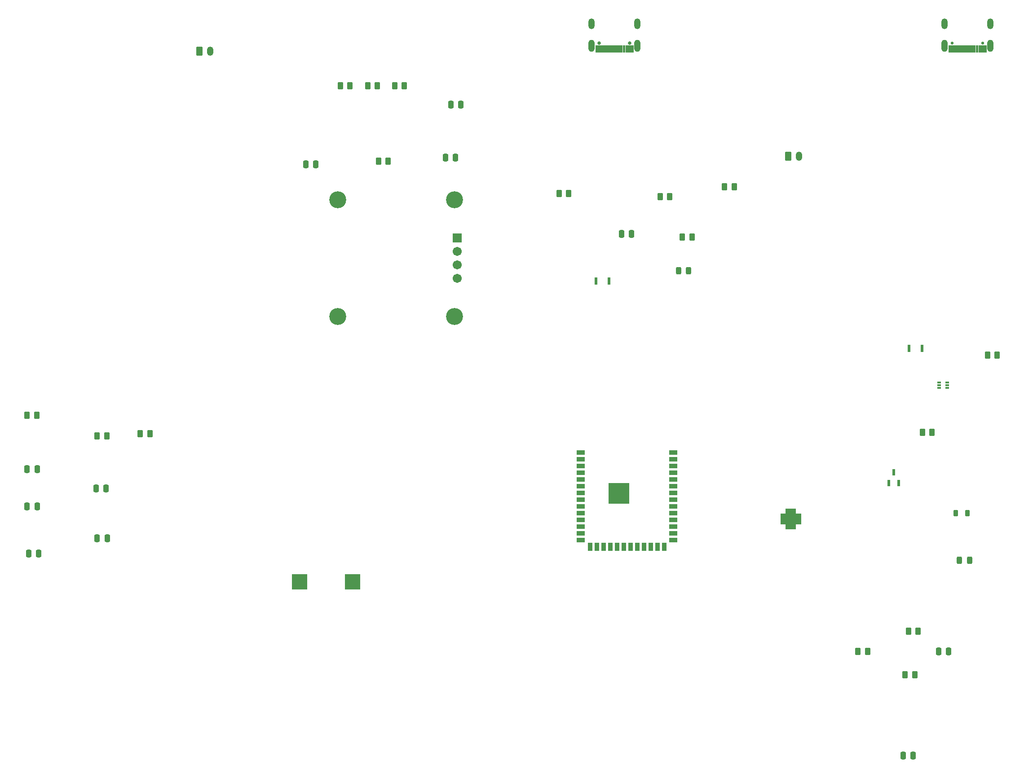
<source format=gbr>
%TF.GenerationSoftware,KiCad,Pcbnew,9.0.4*%
%TF.CreationDate,2025-11-06T21:19:11-08:00*%
%TF.ProjectId,SolarChargingStation,536f6c61-7243-4686-9172-67696e675374,rev?*%
%TF.SameCoordinates,Original*%
%TF.FileFunction,Soldermask,Top*%
%TF.FilePolarity,Negative*%
%FSLAX46Y46*%
G04 Gerber Fmt 4.6, Leading zero omitted, Abs format (unit mm)*
G04 Created by KiCad (PCBNEW 9.0.4) date 2025-11-06 21:19:11*
%MOMM*%
%LPD*%
G01*
G04 APERTURE LIST*
G04 Aperture macros list*
%AMRoundRect*
0 Rectangle with rounded corners*
0 $1 Rounding radius*
0 $2 $3 $4 $5 $6 $7 $8 $9 X,Y pos of 4 corners*
0 Add a 4 corners polygon primitive as box body*
4,1,4,$2,$3,$4,$5,$6,$7,$8,$9,$2,$3,0*
0 Add four circle primitives for the rounded corners*
1,1,$1+$1,$2,$3*
1,1,$1+$1,$4,$5*
1,1,$1+$1,$6,$7*
1,1,$1+$1,$8,$9*
0 Add four rect primitives between the rounded corners*
20,1,$1+$1,$2,$3,$4,$5,0*
20,1,$1+$1,$4,$5,$6,$7,0*
20,1,$1+$1,$6,$7,$8,$9,0*
20,1,$1+$1,$8,$9,$2,$3,0*%
G04 Aperture macros list end*
%ADD10C,0.010000*%
%ADD11RoundRect,0.102000X-0.754000X0.754000X-0.754000X-0.754000X0.754000X-0.754000X0.754000X0.754000X0*%
%ADD12C,1.712000*%
%ADD13C,3.204000*%
%ADD14RoundRect,0.250000X-0.250000X-0.475000X0.250000X-0.475000X0.250000X0.475000X-0.250000X0.475000X0*%
%ADD15RoundRect,0.250000X-0.262500X-0.450000X0.262500X-0.450000X0.262500X0.450000X-0.262500X0.450000X0*%
%ADD16RoundRect,0.243750X-0.243750X-0.456250X0.243750X-0.456250X0.243750X0.456250X-0.243750X0.456250X0*%
%ADD17RoundRect,0.250000X-0.350000X-0.625000X0.350000X-0.625000X0.350000X0.625000X-0.350000X0.625000X0*%
%ADD18O,1.200000X1.750000*%
%ADD19C,0.558800*%
%ADD20O,1.204000X2.304000*%
%ADD21O,1.204000X2.004000*%
%ADD22R,3.000000X3.000000*%
%ADD23R,0.508000X1.447800*%
%ADD24C,0.650000*%
%ADD25RoundRect,0.058000X-0.474000X-0.174000X0.474000X-0.174000X0.474000X0.174000X-0.474000X0.174000X0*%
%ADD26RoundRect,0.058000X-0.174000X-0.474000X0.174000X-0.474000X0.174000X0.474000X-0.174000X0.474000X0*%
%ADD27RoundRect,0.102000X-0.840000X-0.840000X0.840000X-0.840000X0.840000X0.840000X-0.840000X0.840000X0*%
%ADD28RoundRect,0.218750X-0.218750X-0.381250X0.218750X-0.381250X0.218750X0.381250X-0.218750X0.381250X0*%
%ADD29R,0.670001X0.299999*%
%ADD30RoundRect,0.250000X0.262500X0.450000X-0.262500X0.450000X-0.262500X-0.450000X0.262500X-0.450000X0*%
%ADD31R,1.500000X0.900000*%
%ADD32C,0.609600*%
%ADD33R,0.900000X1.500000*%
%ADD34C,0.600000*%
%ADD35R,3.900000X3.900000*%
%ADD36R,0.558800X1.168400*%
G04 APERTURE END LIST*
D10*
%TO.C,J1*%
X265882000Y-20112000D02*
X265182000Y-20112000D01*
X265182000Y-18862000D01*
X265882000Y-18862000D01*
X265882000Y-20112000D01*
G36*
X265882000Y-20112000D02*
G01*
X265182000Y-20112000D01*
X265182000Y-18862000D01*
X265882000Y-18862000D01*
X265882000Y-20112000D01*
G37*
X266682000Y-20112000D02*
X265982000Y-20112000D01*
X265982000Y-18862000D01*
X266682000Y-18862000D01*
X266682000Y-20112000D01*
G36*
X266682000Y-20112000D02*
G01*
X265982000Y-20112000D01*
X265982000Y-18862000D01*
X266682000Y-18862000D01*
X266682000Y-20112000D01*
G37*
X267182000Y-20112000D02*
X266782000Y-20112000D01*
X266782000Y-18862000D01*
X267182000Y-18862000D01*
X267182000Y-20112000D01*
G36*
X267182000Y-20112000D02*
G01*
X266782000Y-20112000D01*
X266782000Y-18862000D01*
X267182000Y-18862000D01*
X267182000Y-20112000D01*
G37*
X267682000Y-20112000D02*
X267282000Y-20112000D01*
X267282000Y-18862000D01*
X267682000Y-18862000D01*
X267682000Y-20112000D01*
G36*
X267682000Y-20112000D02*
G01*
X267282000Y-20112000D01*
X267282000Y-18862000D01*
X267682000Y-18862000D01*
X267682000Y-20112000D01*
G37*
X268182000Y-20112000D02*
X267782000Y-20112000D01*
X267782000Y-18862000D01*
X268182000Y-18862000D01*
X268182000Y-20112000D01*
G36*
X268182000Y-20112000D02*
G01*
X267782000Y-20112000D01*
X267782000Y-18862000D01*
X268182000Y-18862000D01*
X268182000Y-20112000D01*
G37*
X268682000Y-20112000D02*
X268282000Y-20112000D01*
X268282000Y-18862000D01*
X268682000Y-18862000D01*
X268682000Y-20112000D01*
G36*
X268682000Y-20112000D02*
G01*
X268282000Y-20112000D01*
X268282000Y-18862000D01*
X268682000Y-18862000D01*
X268682000Y-20112000D01*
G37*
X269182000Y-20112000D02*
X268782000Y-20112000D01*
X268782000Y-18862000D01*
X269182000Y-18862000D01*
X269182000Y-20112000D01*
G36*
X269182000Y-20112000D02*
G01*
X268782000Y-20112000D01*
X268782000Y-18862000D01*
X269182000Y-18862000D01*
X269182000Y-20112000D01*
G37*
X269682000Y-20112000D02*
X269282000Y-20112000D01*
X269282000Y-18862000D01*
X269682000Y-18862000D01*
X269682000Y-20112000D01*
G36*
X269682000Y-20112000D02*
G01*
X269282000Y-20112000D01*
X269282000Y-18862000D01*
X269682000Y-18862000D01*
X269682000Y-20112000D01*
G37*
X270182000Y-20112000D02*
X269782000Y-20112000D01*
X269782000Y-18862000D01*
X270182000Y-18862000D01*
X270182000Y-20112000D01*
G36*
X270182000Y-20112000D02*
G01*
X269782000Y-20112000D01*
X269782000Y-18862000D01*
X270182000Y-18862000D01*
X270182000Y-20112000D01*
G37*
X270682000Y-20112000D02*
X270282000Y-20112000D01*
X270282000Y-18862000D01*
X270682000Y-18862000D01*
X270682000Y-20112000D01*
G36*
X270682000Y-20112000D02*
G01*
X270282000Y-20112000D01*
X270282000Y-18862000D01*
X270682000Y-18862000D01*
X270682000Y-20112000D01*
G37*
X271482000Y-20112000D02*
X270782000Y-20112000D01*
X270782000Y-18862000D01*
X271482000Y-18862000D01*
X271482000Y-20112000D01*
G36*
X271482000Y-20112000D02*
G01*
X270782000Y-20112000D01*
X270782000Y-18862000D01*
X271482000Y-18862000D01*
X271482000Y-20112000D01*
G37*
X272282000Y-20112000D02*
X271582000Y-20112000D01*
X271582000Y-18862000D01*
X272282000Y-18862000D01*
X272282000Y-20112000D01*
G36*
X272282000Y-20112000D02*
G01*
X271582000Y-20112000D01*
X271582000Y-18862000D01*
X272282000Y-18862000D01*
X272282000Y-20112000D01*
G37*
%TO.C,J4*%
X199334000Y-20112000D02*
X198634000Y-20112000D01*
X198634000Y-18862000D01*
X199334000Y-18862000D01*
X199334000Y-20112000D01*
G36*
X199334000Y-20112000D02*
G01*
X198634000Y-20112000D01*
X198634000Y-18862000D01*
X199334000Y-18862000D01*
X199334000Y-20112000D01*
G37*
X200134000Y-20112000D02*
X199434000Y-20112000D01*
X199434000Y-18862000D01*
X200134000Y-18862000D01*
X200134000Y-20112000D01*
G36*
X200134000Y-20112000D02*
G01*
X199434000Y-20112000D01*
X199434000Y-18862000D01*
X200134000Y-18862000D01*
X200134000Y-20112000D01*
G37*
X200634000Y-20112000D02*
X200234000Y-20112000D01*
X200234000Y-18862000D01*
X200634000Y-18862000D01*
X200634000Y-20112000D01*
G36*
X200634000Y-20112000D02*
G01*
X200234000Y-20112000D01*
X200234000Y-18862000D01*
X200634000Y-18862000D01*
X200634000Y-20112000D01*
G37*
X201134000Y-20112000D02*
X200734000Y-20112000D01*
X200734000Y-18862000D01*
X201134000Y-18862000D01*
X201134000Y-20112000D01*
G36*
X201134000Y-20112000D02*
G01*
X200734000Y-20112000D01*
X200734000Y-18862000D01*
X201134000Y-18862000D01*
X201134000Y-20112000D01*
G37*
X201634000Y-20112000D02*
X201234000Y-20112000D01*
X201234000Y-18862000D01*
X201634000Y-18862000D01*
X201634000Y-20112000D01*
G36*
X201634000Y-20112000D02*
G01*
X201234000Y-20112000D01*
X201234000Y-18862000D01*
X201634000Y-18862000D01*
X201634000Y-20112000D01*
G37*
X202134000Y-20112000D02*
X201734000Y-20112000D01*
X201734000Y-18862000D01*
X202134000Y-18862000D01*
X202134000Y-20112000D01*
G36*
X202134000Y-20112000D02*
G01*
X201734000Y-20112000D01*
X201734000Y-18862000D01*
X202134000Y-18862000D01*
X202134000Y-20112000D01*
G37*
X202634000Y-20112000D02*
X202234000Y-20112000D01*
X202234000Y-18862000D01*
X202634000Y-18862000D01*
X202634000Y-20112000D01*
G36*
X202634000Y-20112000D02*
G01*
X202234000Y-20112000D01*
X202234000Y-18862000D01*
X202634000Y-18862000D01*
X202634000Y-20112000D01*
G37*
X203134000Y-20112000D02*
X202734000Y-20112000D01*
X202734000Y-18862000D01*
X203134000Y-18862000D01*
X203134000Y-20112000D01*
G36*
X203134000Y-20112000D02*
G01*
X202734000Y-20112000D01*
X202734000Y-18862000D01*
X203134000Y-18862000D01*
X203134000Y-20112000D01*
G37*
X203634000Y-20112000D02*
X203234000Y-20112000D01*
X203234000Y-18862000D01*
X203634000Y-18862000D01*
X203634000Y-20112000D01*
G36*
X203634000Y-20112000D02*
G01*
X203234000Y-20112000D01*
X203234000Y-18862000D01*
X203634000Y-18862000D01*
X203634000Y-20112000D01*
G37*
X204134000Y-20112000D02*
X203734000Y-20112000D01*
X203734000Y-18862000D01*
X204134000Y-18862000D01*
X204134000Y-20112000D01*
G36*
X204134000Y-20112000D02*
G01*
X203734000Y-20112000D01*
X203734000Y-18862000D01*
X204134000Y-18862000D01*
X204134000Y-20112000D01*
G37*
X204934000Y-20112000D02*
X204234000Y-20112000D01*
X204234000Y-18862000D01*
X204934000Y-18862000D01*
X204934000Y-20112000D01*
G36*
X204934000Y-20112000D02*
G01*
X204234000Y-20112000D01*
X204234000Y-18862000D01*
X204934000Y-18862000D01*
X204934000Y-20112000D01*
G37*
X205734000Y-20112000D02*
X205034000Y-20112000D01*
X205034000Y-18862000D01*
X205734000Y-18862000D01*
X205734000Y-20112000D01*
G36*
X205734000Y-20112000D02*
G01*
X205034000Y-20112000D01*
X205034000Y-18862000D01*
X205734000Y-18862000D01*
X205734000Y-20112000D01*
G37*
%TD*%
D11*
%TO.C,U5*%
X172536000Y-55118000D03*
D12*
X172536000Y-57658000D03*
X172536000Y-60198000D03*
X172536000Y-62738000D03*
D13*
X172036000Y-47928000D03*
X172036000Y-69928000D03*
X150036000Y-69928000D03*
X150036000Y-47928000D03*
%TD*%
D14*
%TO.C,C11*%
X91717500Y-114662250D03*
X93617500Y-114662250D03*
%TD*%
D15*
%TO.C,R5*%
X157687000Y-40640000D03*
X159512000Y-40640000D03*
%TD*%
D14*
%TO.C,C6*%
X263267000Y-133096000D03*
X265167000Y-133096000D03*
%TD*%
%TO.C,C10*%
X91445000Y-105772250D03*
X93345000Y-105772250D03*
%TD*%
D16*
%TO.C,D3*%
X267211998Y-115951000D03*
X269086998Y-115951000D03*
%TD*%
D17*
%TO.C,BT1*%
X123914000Y-19939000D03*
D18*
X125914000Y-19939000D03*
%TD*%
D19*
%TO.C,J1*%
X271622000Y-18412000D03*
X265842000Y-18412000D03*
D20*
X273052000Y-18912000D03*
X264412000Y-18912000D03*
D21*
X273052000Y-14732000D03*
X264412000Y-14732000D03*
%TD*%
D17*
%TO.C,J2*%
X234912000Y-39751000D03*
D18*
X236912000Y-39751000D03*
%TD*%
D14*
%TO.C,C2*%
X171328000Y-29972000D03*
X173228000Y-29972000D03*
%TD*%
%TO.C,C4*%
X170312000Y-40005000D03*
X172212000Y-40005000D03*
%TD*%
D15*
%TO.C,R17*%
X256954500Y-137541000D03*
X258779500Y-137541000D03*
%TD*%
%TO.C,R4*%
X260196998Y-91821000D03*
X262021998Y-91821000D03*
%TD*%
D14*
%TO.C,C8*%
X256559500Y-152781000D03*
X258459500Y-152781000D03*
%TD*%
D22*
%TO.C,P1*%
X142812000Y-119988000D03*
X152812000Y-119988000D03*
%TD*%
D15*
%TO.C,R2*%
X214949500Y-54991000D03*
X216774500Y-54991000D03*
%TD*%
D23*
%TO.C,F1*%
X198717000Y-63246000D03*
X201130000Y-63246000D03*
%TD*%
D24*
%TO.C,J4*%
X205074000Y-18412000D03*
X199294000Y-18412000D03*
D20*
X206504000Y-18912000D03*
X197864000Y-18912000D03*
D21*
X206504000Y-14732000D03*
X197864000Y-14732000D03*
%TD*%
D15*
%TO.C,R6*%
X191732000Y-46736000D03*
X193557000Y-46736000D03*
%TD*%
%TO.C,R15*%
X112776000Y-92063250D03*
X114601000Y-92063250D03*
%TD*%
D16*
%TO.C,D1*%
X214289500Y-61341000D03*
X216164500Y-61341000D03*
%TD*%
D15*
%TO.C,R9*%
X150471500Y-26416000D03*
X152296500Y-26416000D03*
%TD*%
D25*
%TO.C,U2*%
X233957000Y-107416000D03*
X233957000Y-107916000D03*
X233957000Y-108416000D03*
X233957000Y-108916000D03*
D26*
X234642000Y-109601000D03*
X235142000Y-109601000D03*
X235642000Y-109601000D03*
X236142000Y-109601000D03*
D25*
X236827000Y-108916000D03*
X236827000Y-108416000D03*
X236827000Y-107916000D03*
X236827000Y-107416000D03*
D26*
X236142000Y-106731000D03*
X235642000Y-106731000D03*
X235142000Y-106731000D03*
X234642000Y-106731000D03*
D27*
X235392000Y-108166000D03*
%TD*%
D15*
%TO.C,R3*%
X248064500Y-133096000D03*
X249889500Y-133096000D03*
%TD*%
%TO.C,R14*%
X91440000Y-88627250D03*
X93265000Y-88627250D03*
%TD*%
%TO.C,R11*%
X160712000Y-26416000D03*
X162537000Y-26416000D03*
%TD*%
D28*
%TO.C,L2*%
X266537000Y-107061000D03*
X268662000Y-107061000D03*
%TD*%
D14*
%TO.C,C7*%
X104425750Y-102393750D03*
X106325750Y-102393750D03*
%TD*%
D29*
%TO.C,U4*%
X263371998Y-82431001D03*
X263371998Y-82931000D03*
X263371998Y-83431002D03*
X264852000Y-83431002D03*
X264852000Y-82931000D03*
X264852000Y-82431001D03*
%TD*%
D23*
%TO.C,TH1*%
X257720498Y-75946000D03*
X260133498Y-75946000D03*
%TD*%
D15*
%TO.C,R16*%
X222927000Y-45466000D03*
X224752000Y-45466000D03*
%TD*%
D30*
%TO.C,R18*%
X259414500Y-129286000D03*
X257589500Y-129286000D03*
%TD*%
D15*
%TO.C,R13*%
X104648000Y-92456000D03*
X106473000Y-92456000D03*
%TD*%
%TO.C,R12*%
X210782000Y-47371000D03*
X212607000Y-47371000D03*
%TD*%
D14*
%TO.C,C9*%
X91440000Y-98787250D03*
X93340000Y-98787250D03*
%TD*%
D31*
%TO.C,U1*%
X195777000Y-95616000D03*
D32*
X203027000Y-104036000D03*
D31*
X195777000Y-96886000D03*
X195777000Y-98156000D03*
X195777000Y-99426000D03*
X195777000Y-100696000D03*
X195777000Y-101966000D03*
X195777000Y-103236000D03*
X195777000Y-104506000D03*
X195777000Y-105776000D03*
X195777000Y-107046000D03*
X195777000Y-108316000D03*
X195777000Y-109586000D03*
X195777000Y-110856000D03*
X195777000Y-112126000D03*
D33*
X197542000Y-113376000D03*
X198812000Y-113376000D03*
X200082000Y-113376000D03*
X201352000Y-113376000D03*
X202622000Y-113376000D03*
X203892000Y-113376000D03*
X205162000Y-113376000D03*
X206432000Y-113376000D03*
X207702000Y-113376000D03*
X208972000Y-113376000D03*
X210242000Y-113376000D03*
X211512000Y-113376000D03*
D31*
X213277000Y-112126000D03*
X213277000Y-110856000D03*
X213277000Y-109586000D03*
X213277000Y-108316000D03*
X213277000Y-107046000D03*
X213277000Y-105776000D03*
X213277000Y-104506000D03*
X213277000Y-103236000D03*
X213277000Y-101966000D03*
X213277000Y-100696000D03*
X213277000Y-99426000D03*
X213277000Y-98156000D03*
X213277000Y-96886000D03*
X213277000Y-95616000D03*
D34*
X201627000Y-102636000D03*
X201627000Y-104036000D03*
X202327000Y-101936000D03*
X202327000Y-103336000D03*
X202327000Y-104736000D03*
X203027000Y-102636000D03*
D35*
X203027000Y-103336000D03*
D34*
X203727000Y-101936000D03*
X203727000Y-103336000D03*
X203727000Y-104736000D03*
X204427000Y-102636000D03*
X204427000Y-104036000D03*
%TD*%
D15*
%TO.C,R10*%
X155632000Y-26416000D03*
X157457000Y-26416000D03*
%TD*%
D14*
%TO.C,C1*%
X203482000Y-54356000D03*
X205382000Y-54356000D03*
%TD*%
D36*
%TO.C,U3*%
X253846998Y-101346000D03*
X255761996Y-101346000D03*
X254804497Y-99314000D03*
%TD*%
D15*
%TO.C,R21*%
X272472000Y-77216000D03*
X274297000Y-77216000D03*
%TD*%
D14*
%TO.C,C5*%
X143957000Y-41275000D03*
X145857000Y-41275000D03*
%TD*%
%TO.C,C3*%
X104648000Y-111760000D03*
X106548000Y-111760000D03*
%TD*%
M02*

</source>
